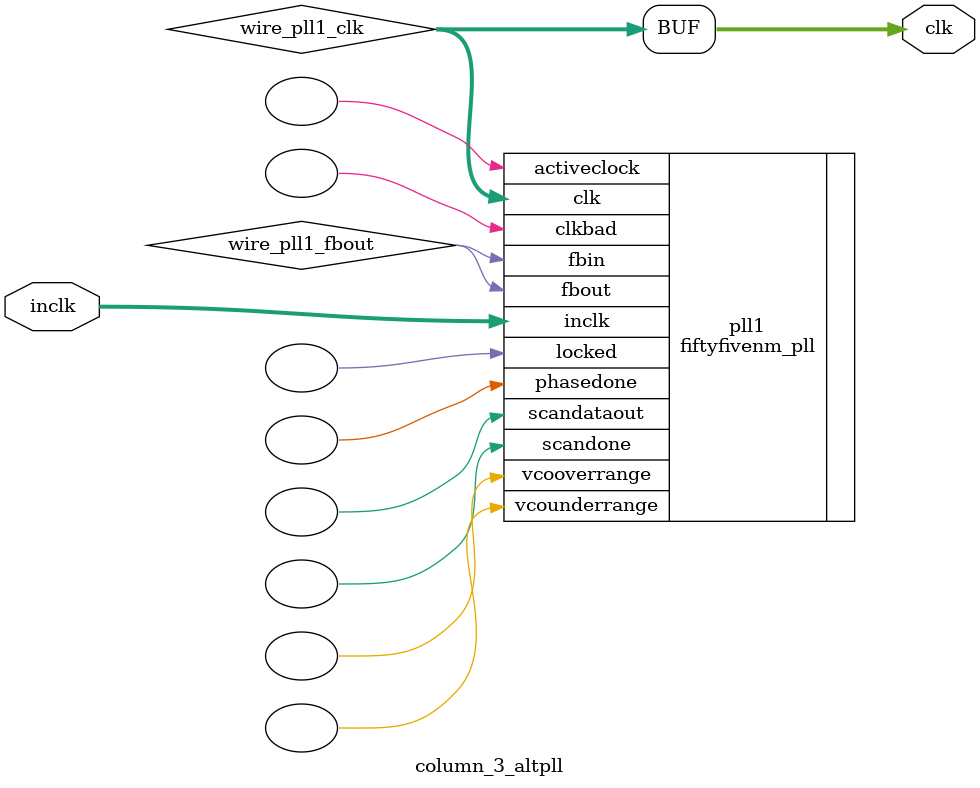
<source format=v>






//synthesis_resources = fiftyfivenm_pll 1 
//synopsys translate_off
`timescale 1 ps / 1 ps
//synopsys translate_on
module  column_3_altpll
	( 
	clk,
	inclk) /* synthesis synthesis_clearbox=1 */;
	output   [4:0]  clk;
	input   [1:0]  inclk;
`ifndef ALTERA_RESERVED_QIS
// synopsys translate_off
`endif
	tri0   [1:0]  inclk;
`ifndef ALTERA_RESERVED_QIS
// synopsys translate_on
`endif

	wire  [4:0]   wire_pll1_clk;
	wire  wire_pll1_fbout;

	fiftyfivenm_pll   pll1
	( 
	.activeclock(),
	.clk(wire_pll1_clk),
	.clkbad(),
	.fbin(wire_pll1_fbout),
	.fbout(wire_pll1_fbout),
	.inclk(inclk),
	.locked(),
	.phasedone(),
	.scandataout(),
	.scandone(),
	.vcooverrange(),
	.vcounderrange()
	`ifndef FORMAL_VERIFICATION
	// synopsys translate_off
	`endif
	,
	.areset(1'b0),
	.clkswitch(1'b0),
	.configupdate(1'b0),
	.pfdena(1'b1),
	.phasecounterselect({3{1'b0}}),
	.phasestep(1'b0),
	.phaseupdown(1'b0),
	.scanclk(1'b0),
	.scanclkena(1'b1),
	.scandata(1'b0)
	`ifndef FORMAL_VERIFICATION
	// synopsys translate_on
	`endif
	);
	defparam
		pll1.bandwidth_type = "auto",
		pll1.clk0_divide_by = 6000000,
		pll1.clk0_duty_cycle = 50,
		pll1.clk0_multiply_by = 1633,
		pll1.clk0_phase_shift = "0",
		pll1.compensate_clock = "clk0",
		pll1.inclk0_input_frequency = 83333,
		pll1.operation_mode = "normal",
		pll1.pll_type = "auto",
		pll1.lpm_type = "fiftyfivenm_pll";
	assign
		clk = {wire_pll1_clk[4:0]};
endmodule //column_3_altpll
//VALID FILE

</source>
